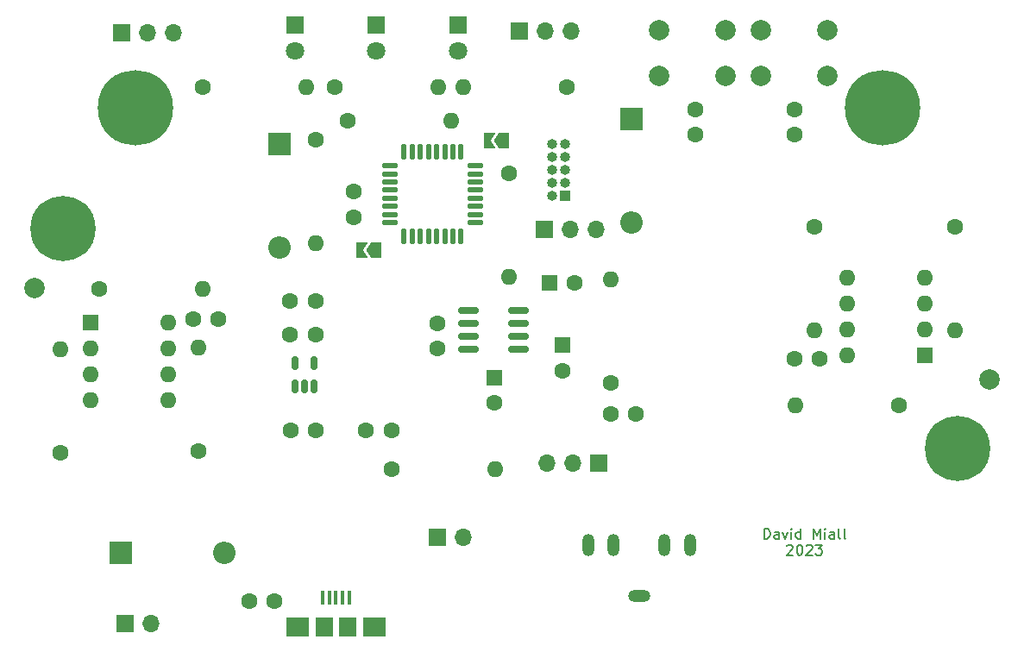
<source format=gbr>
%TF.GenerationSoftware,KiCad,Pcbnew,(6.0.11)*%
%TF.CreationDate,2023-06-06T17:09:23+01:00*%
%TF.ProjectId,Digital Theremin,44696769-7461-46c2-9054-686572656d69,rev?*%
%TF.SameCoordinates,Original*%
%TF.FileFunction,Soldermask,Top*%
%TF.FilePolarity,Negative*%
%FSLAX46Y46*%
G04 Gerber Fmt 4.6, Leading zero omitted, Abs format (unit mm)*
G04 Created by KiCad (PCBNEW (6.0.11)) date 2023-06-06 17:09:23*
%MOMM*%
%LPD*%
G01*
G04 APERTURE LIST*
G04 Aperture macros list*
%AMRoundRect*
0 Rectangle with rounded corners*
0 $1 Rounding radius*
0 $2 $3 $4 $5 $6 $7 $8 $9 X,Y pos of 4 corners*
0 Add a 4 corners polygon primitive as box body*
4,1,4,$2,$3,$4,$5,$6,$7,$8,$9,$2,$3,0*
0 Add four circle primitives for the rounded corners*
1,1,$1+$1,$2,$3*
1,1,$1+$1,$4,$5*
1,1,$1+$1,$6,$7*
1,1,$1+$1,$8,$9*
0 Add four rect primitives between the rounded corners*
20,1,$1+$1,$2,$3,$4,$5,0*
20,1,$1+$1,$4,$5,$6,$7,0*
20,1,$1+$1,$6,$7,$8,$9,0*
20,1,$1+$1,$8,$9,$2,$3,0*%
%AMFreePoly0*
4,1,6,1.000000,0.000000,0.500000,-0.750000,-0.500000,-0.750000,-0.500000,0.750000,0.500000,0.750000,1.000000,0.000000,1.000000,0.000000,$1*%
%AMFreePoly1*
4,1,6,0.500000,-0.750000,-0.650000,-0.750000,-0.150000,0.000000,-0.650000,0.750000,0.500000,0.750000,0.500000,-0.750000,0.500000,-0.750000,$1*%
G04 Aperture macros list end*
%ADD10C,0.150000*%
%ADD11R,0.400000X1.400000*%
%ADD12R,2.300000X1.900000*%
%ADD13R,1.800000X1.900000*%
%ADD14C,7.400000*%
%ADD15C,2.000000*%
%ADD16C,1.600000*%
%ADD17O,1.600000X1.600000*%
%ADD18C,0.800000*%
%ADD19C,6.400000*%
%ADD20R,1.800000X1.800000*%
%ADD21C,1.800000*%
%ADD22R,1.600000X1.600000*%
%ADD23R,1.700000X1.700000*%
%ADD24O,1.700000X1.700000*%
%ADD25R,2.200000X2.200000*%
%ADD26O,2.200000X2.200000*%
%ADD27RoundRect,0.125000X-0.625000X-0.125000X0.625000X-0.125000X0.625000X0.125000X-0.625000X0.125000X0*%
%ADD28RoundRect,0.125000X-0.125000X-0.625000X0.125000X-0.625000X0.125000X0.625000X-0.125000X0.625000X0*%
%ADD29RoundRect,0.150000X0.150000X-0.512500X0.150000X0.512500X-0.150000X0.512500X-0.150000X-0.512500X0*%
%ADD30FreePoly0,180.000000*%
%ADD31FreePoly1,180.000000*%
%ADD32R,1.000000X1.000000*%
%ADD33O,1.000000X1.000000*%
%ADD34O,1.200000X2.200000*%
%ADD35O,2.200000X1.200000*%
%ADD36RoundRect,0.150000X-0.825000X-0.150000X0.825000X-0.150000X0.825000X0.150000X-0.825000X0.150000X0*%
G04 APERTURE END LIST*
D10*
X163047619Y-114647380D02*
X163047619Y-113647380D01*
X163285714Y-113647380D01*
X163428571Y-113695000D01*
X163523809Y-113790238D01*
X163571428Y-113885476D01*
X163619047Y-114075952D01*
X163619047Y-114218809D01*
X163571428Y-114409285D01*
X163523809Y-114504523D01*
X163428571Y-114599761D01*
X163285714Y-114647380D01*
X163047619Y-114647380D01*
X164476190Y-114647380D02*
X164476190Y-114123571D01*
X164428571Y-114028333D01*
X164333333Y-113980714D01*
X164142857Y-113980714D01*
X164047619Y-114028333D01*
X164476190Y-114599761D02*
X164380952Y-114647380D01*
X164142857Y-114647380D01*
X164047619Y-114599761D01*
X164000000Y-114504523D01*
X164000000Y-114409285D01*
X164047619Y-114314047D01*
X164142857Y-114266428D01*
X164380952Y-114266428D01*
X164476190Y-114218809D01*
X164857142Y-113980714D02*
X165095238Y-114647380D01*
X165333333Y-113980714D01*
X165714285Y-114647380D02*
X165714285Y-113980714D01*
X165714285Y-113647380D02*
X165666666Y-113695000D01*
X165714285Y-113742619D01*
X165761904Y-113695000D01*
X165714285Y-113647380D01*
X165714285Y-113742619D01*
X166619047Y-114647380D02*
X166619047Y-113647380D01*
X166619047Y-114599761D02*
X166523809Y-114647380D01*
X166333333Y-114647380D01*
X166238095Y-114599761D01*
X166190476Y-114552142D01*
X166142857Y-114456904D01*
X166142857Y-114171190D01*
X166190476Y-114075952D01*
X166238095Y-114028333D01*
X166333333Y-113980714D01*
X166523809Y-113980714D01*
X166619047Y-114028333D01*
X167857142Y-114647380D02*
X167857142Y-113647380D01*
X168190476Y-114361666D01*
X168523809Y-113647380D01*
X168523809Y-114647380D01*
X169000000Y-114647380D02*
X169000000Y-113980714D01*
X169000000Y-113647380D02*
X168952380Y-113695000D01*
X169000000Y-113742619D01*
X169047619Y-113695000D01*
X169000000Y-113647380D01*
X169000000Y-113742619D01*
X169904761Y-114647380D02*
X169904761Y-114123571D01*
X169857142Y-114028333D01*
X169761904Y-113980714D01*
X169571428Y-113980714D01*
X169476190Y-114028333D01*
X169904761Y-114599761D02*
X169809523Y-114647380D01*
X169571428Y-114647380D01*
X169476190Y-114599761D01*
X169428571Y-114504523D01*
X169428571Y-114409285D01*
X169476190Y-114314047D01*
X169571428Y-114266428D01*
X169809523Y-114266428D01*
X169904761Y-114218809D01*
X170523809Y-114647380D02*
X170428571Y-114599761D01*
X170380952Y-114504523D01*
X170380952Y-113647380D01*
X171047619Y-114647380D02*
X170952380Y-114599761D01*
X170904761Y-114504523D01*
X170904761Y-113647380D01*
X165285714Y-115352619D02*
X165333333Y-115305000D01*
X165428571Y-115257380D01*
X165666666Y-115257380D01*
X165761904Y-115305000D01*
X165809523Y-115352619D01*
X165857142Y-115447857D01*
X165857142Y-115543095D01*
X165809523Y-115685952D01*
X165238095Y-116257380D01*
X165857142Y-116257380D01*
X166476190Y-115257380D02*
X166571428Y-115257380D01*
X166666666Y-115305000D01*
X166714285Y-115352619D01*
X166761904Y-115447857D01*
X166809523Y-115638333D01*
X166809523Y-115876428D01*
X166761904Y-116066904D01*
X166714285Y-116162142D01*
X166666666Y-116209761D01*
X166571428Y-116257380D01*
X166476190Y-116257380D01*
X166380952Y-116209761D01*
X166333333Y-116162142D01*
X166285714Y-116066904D01*
X166238095Y-115876428D01*
X166238095Y-115638333D01*
X166285714Y-115447857D01*
X166333333Y-115352619D01*
X166380952Y-115305000D01*
X166476190Y-115257380D01*
X167190476Y-115352619D02*
X167238095Y-115305000D01*
X167333333Y-115257380D01*
X167571428Y-115257380D01*
X167666666Y-115305000D01*
X167714285Y-115352619D01*
X167761904Y-115447857D01*
X167761904Y-115543095D01*
X167714285Y-115685952D01*
X167142857Y-116257380D01*
X167761904Y-116257380D01*
X168095238Y-115257380D02*
X168714285Y-115257380D01*
X168380952Y-115638333D01*
X168523809Y-115638333D01*
X168619047Y-115685952D01*
X168666666Y-115733571D01*
X168714285Y-115828809D01*
X168714285Y-116066904D01*
X168666666Y-116162142D01*
X168619047Y-116209761D01*
X168523809Y-116257380D01*
X168238095Y-116257380D01*
X168142857Y-116209761D01*
X168095238Y-116162142D01*
D11*
%TO.C,J3*%
X119700000Y-120450000D03*
X120350000Y-120450000D03*
X121000000Y-120450000D03*
X121650000Y-120450000D03*
X122300000Y-120450000D03*
D12*
X124750000Y-123300000D03*
D13*
X122150000Y-123300000D03*
D12*
X117250000Y-123300000D03*
D13*
X119850000Y-123300000D03*
%TD*%
D14*
%TO.C,H2*%
X174650000Y-72330000D03*
%TD*%
%TO.C,H1*%
X101350000Y-72330000D03*
%TD*%
D15*
%TO.C,TP2*%
X91440000Y-90043000D03*
%TD*%
%TO.C,TP1*%
X185166000Y-99060000D03*
%TD*%
D16*
%TO.C,R16*%
X138000000Y-78800000D03*
D17*
X138000000Y-88960000D03*
%TD*%
D16*
%TO.C,R12*%
X168000000Y-84000000D03*
D17*
X168000000Y-94160000D03*
%TD*%
D18*
%TO.C,ANT1*%
X179600000Y-105800000D03*
X184400000Y-105800000D03*
X183697056Y-107497056D03*
D19*
X182000000Y-105800000D03*
D18*
X180302944Y-104102944D03*
X182000000Y-103400000D03*
X183697056Y-104102944D03*
X180302944Y-107497056D03*
X182000000Y-108200000D03*
%TD*%
D20*
%TO.C,D1*%
X117000000Y-64240000D03*
D21*
X117000000Y-66780000D03*
%TD*%
D16*
%TO.C,C16*%
X150450000Y-102400000D03*
X147950000Y-102400000D03*
%TD*%
D22*
%TO.C,U4*%
X96950000Y-93400000D03*
D17*
X96950000Y-95940000D03*
X96950000Y-98480000D03*
X96950000Y-101020000D03*
X104570000Y-101020000D03*
X104570000Y-98480000D03*
X104570000Y-95940000D03*
X104570000Y-93400000D03*
%TD*%
D23*
%TO.C,SP1*%
X130975000Y-114500000D03*
D24*
X133515000Y-114500000D03*
%TD*%
D25*
%TO.C,D5*%
X115500000Y-75920000D03*
D26*
X115500000Y-86080000D03*
%TD*%
D16*
%TO.C,C4*%
X116500000Y-94580000D03*
X119000000Y-94580000D03*
%TD*%
D22*
%TO.C,C6*%
X141948880Y-89500000D03*
D16*
X144448880Y-89500000D03*
%TD*%
%TO.C,R3*%
X122170000Y-73580000D03*
D17*
X132330000Y-73580000D03*
%TD*%
D27*
%TO.C,U5*%
X126325000Y-78030000D03*
X126325000Y-78830000D03*
X126325000Y-79630000D03*
X126325000Y-80430000D03*
X126325000Y-81230000D03*
X126325000Y-82030000D03*
X126325000Y-82830000D03*
X126325000Y-83630000D03*
D28*
X127700000Y-85005000D03*
X128500000Y-85005000D03*
X129300000Y-85005000D03*
X130100000Y-85005000D03*
X130900000Y-85005000D03*
X131700000Y-85005000D03*
X132500000Y-85005000D03*
X133300000Y-85005000D03*
D27*
X134675000Y-83630000D03*
X134675000Y-82830000D03*
X134675000Y-82030000D03*
X134675000Y-81230000D03*
X134675000Y-80430000D03*
X134675000Y-79630000D03*
X134675000Y-78830000D03*
X134675000Y-78030000D03*
D28*
X133300000Y-76655000D03*
X132500000Y-76655000D03*
X131700000Y-76655000D03*
X130900000Y-76655000D03*
X130100000Y-76655000D03*
X129300000Y-76655000D03*
X128500000Y-76655000D03*
X127700000Y-76655000D03*
%TD*%
D18*
%TO.C,ANT2*%
X96600000Y-84200000D03*
X92502944Y-82502944D03*
X94200000Y-81800000D03*
X95897056Y-85897056D03*
X95897056Y-82502944D03*
D19*
X94200000Y-84200000D03*
D18*
X91800000Y-84200000D03*
X92502944Y-85897056D03*
X94200000Y-86600000D03*
%TD*%
D23*
%TO.C,J1*%
X100325000Y-122980000D03*
D24*
X102865000Y-122980000D03*
%TD*%
D16*
%TO.C,C9*%
X131000000Y-93500000D03*
X131000000Y-96000000D03*
%TD*%
%TO.C,R10*%
X176280000Y-101600000D03*
D17*
X166120000Y-101600000D03*
%TD*%
D16*
%TO.C,C5*%
X116500000Y-91330000D03*
X119000000Y-91330000D03*
%TD*%
%TO.C,C14*%
X122750000Y-83080000D03*
X122750000Y-80580000D03*
%TD*%
%TO.C,R5*%
X148000000Y-99330000D03*
D17*
X148000000Y-89170000D03*
%TD*%
D23*
%TO.C,J4*%
X141475000Y-84250000D03*
D24*
X144015000Y-84250000D03*
X146555000Y-84250000D03*
%TD*%
D25*
%TO.C,D4*%
X99920000Y-116000000D03*
D26*
X110080000Y-116000000D03*
%TD*%
D22*
%TO.C,U3*%
X178800000Y-96630000D03*
D17*
X178800000Y-94090000D03*
X178800000Y-91550000D03*
X178800000Y-89010000D03*
X171180000Y-89010000D03*
X171180000Y-91550000D03*
X171180000Y-94090000D03*
X171180000Y-96630000D03*
%TD*%
D15*
%TO.C,SW2*%
X162750000Y-69250000D03*
X169250000Y-69250000D03*
X169250000Y-64750000D03*
X162750000Y-64750000D03*
%TD*%
D16*
%TO.C,C3*%
X116550000Y-104000000D03*
X119050000Y-104000000D03*
%TD*%
D20*
%TO.C,D2*%
X125000000Y-64215000D03*
D21*
X125000000Y-66755000D03*
%TD*%
D16*
%TO.C,C13*%
X107000000Y-93120000D03*
X109500000Y-93120000D03*
%TD*%
%TO.C,C12*%
X168500000Y-97000000D03*
X166000000Y-97000000D03*
%TD*%
%TO.C,R2*%
X120920000Y-70330000D03*
D17*
X131080000Y-70330000D03*
%TD*%
D29*
%TO.C,U1*%
X117000000Y-99717500D03*
X117950000Y-99717500D03*
X118900000Y-99717500D03*
X118900000Y-97442500D03*
X117000000Y-97442500D03*
%TD*%
D22*
%TO.C,C8*%
X136600000Y-98819328D03*
D16*
X136600000Y-101319328D03*
%TD*%
D22*
%TO.C,C7*%
X143250000Y-95653992D03*
D16*
X143250000Y-98153992D03*
%TD*%
D23*
%TO.C,RV2*%
X139000000Y-64830000D03*
D24*
X141540000Y-64830000D03*
X144080000Y-64830000D03*
%TD*%
D16*
%TO.C,R1*%
X107920000Y-70330000D03*
D17*
X118080000Y-70330000D03*
%TD*%
D20*
%TO.C,D3*%
X133000000Y-64240000D03*
D21*
X133000000Y-66780000D03*
%TD*%
D23*
%TO.C,RV1*%
X100000000Y-65000000D03*
D24*
X102540000Y-65000000D03*
X105080000Y-65000000D03*
%TD*%
D23*
%TO.C,SW3*%
X146775000Y-107250000D03*
D24*
X144235000Y-107250000D03*
X141695000Y-107250000D03*
%TD*%
D16*
%TO.C,R15*%
X94000000Y-106200000D03*
D17*
X94000000Y-96040000D03*
%TD*%
D16*
%TO.C,R14*%
X107500000Y-106030000D03*
D17*
X107500000Y-95870000D03*
%TD*%
D30*
%TO.C,JP1*%
X137500000Y-75580000D03*
D31*
X136050000Y-75580000D03*
%TD*%
D16*
%TO.C,R17*%
X119000000Y-75500000D03*
D17*
X119000000Y-85660000D03*
%TD*%
D16*
%TO.C,C10*%
X123950000Y-104000000D03*
X126450000Y-104000000D03*
%TD*%
%TO.C,C15*%
X115000000Y-120750000D03*
X112500000Y-120750000D03*
%TD*%
D32*
%TO.C,SWD1*%
X143502890Y-80967784D03*
D33*
X142232890Y-80967784D03*
X143502890Y-79697784D03*
X142232890Y-79697784D03*
X143502890Y-78427784D03*
X142232890Y-78427784D03*
X143502890Y-77157784D03*
X142232890Y-77157784D03*
X143502890Y-75887784D03*
X142232890Y-75887784D03*
%TD*%
D16*
%TO.C,C2*%
X156250000Y-75000000D03*
X156250000Y-72500000D03*
%TD*%
%TO.C,R7*%
X126480000Y-107800000D03*
D17*
X136640000Y-107800000D03*
%TD*%
D30*
%TO.C,JP2*%
X124975000Y-86330000D03*
D31*
X123525000Y-86330000D03*
%TD*%
D16*
%TO.C,R13*%
X181750000Y-84000000D03*
D17*
X181750000Y-94160000D03*
%TD*%
D16*
%TO.C,R4*%
X143670000Y-70330000D03*
D17*
X133510000Y-70330000D03*
%TD*%
D16*
%TO.C,C1*%
X166000000Y-75000000D03*
X166000000Y-72500000D03*
%TD*%
D25*
%TO.C,D6*%
X150000000Y-73420000D03*
D26*
X150000000Y-83580000D03*
%TD*%
D16*
%TO.C,R11*%
X97790000Y-90120000D03*
D17*
X107950000Y-90120000D03*
%TD*%
D34*
%TO.C,J2*%
X145773983Y-115301787D03*
X148273983Y-115301787D03*
D35*
X150773983Y-120301787D03*
D34*
X155773983Y-115301787D03*
X153273983Y-115301787D03*
%TD*%
D15*
%TO.C,SW1*%
X159250000Y-64750000D03*
X152750000Y-64750000D03*
X159250000Y-69250000D03*
X152750000Y-69250000D03*
%TD*%
D36*
%TO.C,U2*%
X134000000Y-92210000D03*
X134000000Y-93480000D03*
X134000000Y-94750000D03*
X134000000Y-96020000D03*
X138950000Y-96020000D03*
X138950000Y-94750000D03*
X138950000Y-93480000D03*
X138950000Y-92210000D03*
%TD*%
M02*

</source>
